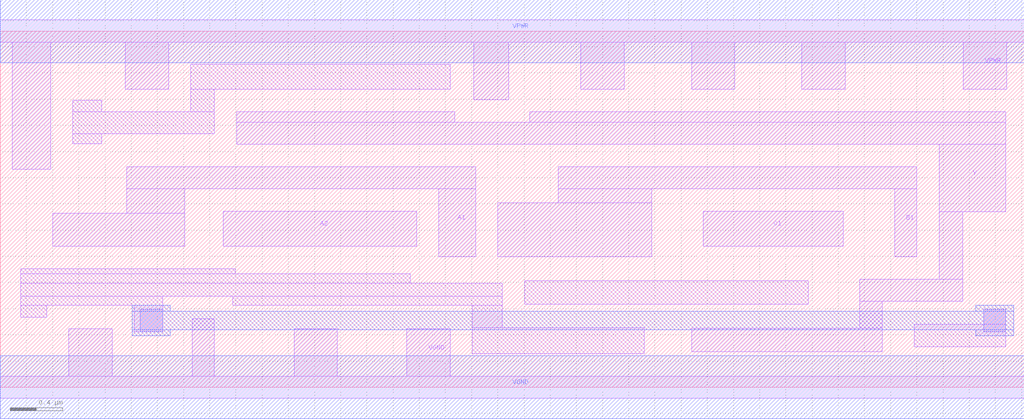
<source format=lef>
# Copyright 2020 The SkyWater PDK Authors
#
# Licensed under the Apache License, Version 2.0 (the "License");
# you may not use this file except in compliance with the License.
# You may obtain a copy of the License at
#
#     https://www.apache.org/licenses/LICENSE-2.0
#
# Unless required by applicable law or agreed to in writing, software
# distributed under the License is distributed on an "AS IS" BASIS,
# WITHOUT WARRANTIES OR CONDITIONS OF ANY KIND, either express or implied.
# See the License for the specific language governing permissions and
# limitations under the License.
#
# SPDX-License-Identifier: Apache-2.0

VERSION 5.5 ;
NAMESCASESENSITIVE ON ;
BUSBITCHARS "[]" ;
DIVIDERCHAR "/" ;
MACRO sky130_fd_sc_hd__o211ai_4
  CLASS CORE ;
  SOURCE USER ;
  ORIGIN  0.000000  0.000000 ;
  SIZE  7.820000 BY  2.720000 ;
  SYMMETRY X Y R90 ;
  SITE unithd ;
  PIN A1
    ANTENNAGATEAREA  0.990000 ;
    DIRECTION INPUT ;
    USE SIGNAL ;
    PORT
      LAYER li1 ;
        RECT 0.400000 1.075000 1.410000 1.330000 ;
        RECT 0.965000 1.330000 1.410000 1.515000 ;
        RECT 0.965000 1.515000 3.630000 1.685000 ;
        RECT 3.350000 0.995000 3.630000 1.515000 ;
    END
  END A1
  PIN A2
    ANTENNAGATEAREA  0.990000 ;
    DIRECTION INPUT ;
    USE SIGNAL ;
    PORT
      LAYER li1 ;
        RECT 1.705000 1.075000 3.180000 1.345000 ;
    END
  END A2
  PIN B1
    ANTENNAGATEAREA  0.990000 ;
    DIRECTION INPUT ;
    USE SIGNAL ;
    PORT
      LAYER li1 ;
        RECT 3.800000 0.995000 4.975000 1.410000 ;
        RECT 4.260000 1.410000 4.975000 1.515000 ;
        RECT 4.260000 1.515000 7.000000 1.685000 ;
        RECT 6.830000 0.995000 7.000000 1.515000 ;
    END
  END B1
  PIN C1
    ANTENNAGATEAREA  0.990000 ;
    DIRECTION INPUT ;
    USE SIGNAL ;
    PORT
      LAYER li1 ;
        RECT 5.370000 1.075000 6.440000 1.345000 ;
    END
  END C1
  PIN Y
    ANTENNADIFFAREA  2.001000 ;
    DIRECTION OUTPUT ;
    USE SIGNAL ;
    PORT
      LAYER li1 ;
        RECT 1.805000 1.855000 7.680000 2.025000 ;
        RECT 1.805000 2.025000 3.470000 2.105000 ;
        RECT 4.045000 2.025000 7.680000 2.105000 ;
        RECT 5.280000 0.270000 6.735000 0.450000 ;
        RECT 6.565000 0.450000 6.735000 0.655000 ;
        RECT 6.565000 0.655000 7.350000 0.825000 ;
        RECT 7.170000 0.825000 7.350000 1.340000 ;
        RECT 7.170000 1.340000 7.680000 1.855000 ;
    END
  END Y
  PIN VGND
    DIRECTION INOUT ;
    SHAPE ABUTMENT ;
    USE GROUND ;
    PORT
      LAYER li1 ;
        RECT 0.000000 -0.085000 7.820000 0.085000 ;
        RECT 0.525000  0.085000 0.855000 0.445000 ;
        RECT 1.465000  0.085000 1.635000 0.525000 ;
        RECT 2.245000  0.085000 2.575000 0.445000 ;
        RECT 3.105000  0.085000 3.435000 0.445000 ;
    END
    PORT
      LAYER met1 ;
        RECT 0.000000 -0.240000 7.820000 0.240000 ;
    END
  END VGND
  PIN VPWR
    DIRECTION INOUT ;
    SHAPE ABUTMENT ;
    USE POWER ;
    PORT
      LAYER li1 ;
        RECT 0.000000 2.635000 7.820000 2.805000 ;
        RECT 0.090000 1.665000 0.385000 2.635000 ;
        RECT 0.955000 2.275000 1.285000 2.635000 ;
        RECT 3.615000 2.195000 3.885000 2.635000 ;
        RECT 4.435000 2.275000 4.765000 2.635000 ;
        RECT 5.280000 2.275000 5.610000 2.635000 ;
        RECT 6.120000 2.275000 6.455000 2.635000 ;
        RECT 7.355000 2.275000 7.685000 2.635000 ;
    END
    PORT
      LAYER met1 ;
        RECT 0.000000 2.480000 7.820000 2.960000 ;
    END
  END VPWR
  OBS
    LAYER li1 ;
      RECT 0.155000 0.535000 0.355000 0.625000 ;
      RECT 0.155000 0.625000 1.240000 0.695000 ;
      RECT 0.155000 0.695000 3.835000 0.795000 ;
      RECT 0.155000 0.795000 3.130000 0.865000 ;
      RECT 0.155000 0.865000 1.795000 0.905000 ;
      RECT 0.555000 1.860000 0.775000 1.935000 ;
      RECT 0.555000 1.935000 1.635000 2.105000 ;
      RECT 0.555000 2.105000 0.775000 2.190000 ;
      RECT 1.025000 0.425000 1.240000 0.625000 ;
      RECT 1.455000 2.105000 1.635000 2.275000 ;
      RECT 1.455000 2.275000 3.435000 2.465000 ;
      RECT 1.775000 0.625000 3.835000 0.695000 ;
      RECT 3.605000 0.255000 4.920000 0.455000 ;
      RECT 3.605000 0.455000 3.835000 0.625000 ;
      RECT 4.005000 0.635000 6.170000 0.815000 ;
      RECT 6.980000 0.310000 7.680000 0.480000 ;
      RECT 7.510000 0.480000 7.680000 0.595000 ;
    LAYER mcon ;
      RECT 1.070000 0.425000 1.240000 0.595000 ;
      RECT 7.510000 0.425000 7.680000 0.595000 ;
    LAYER met1 ;
      RECT 1.010000 0.395000 1.300000 0.440000 ;
      RECT 1.010000 0.440000 7.740000 0.580000 ;
      RECT 1.010000 0.580000 1.300000 0.625000 ;
      RECT 7.450000 0.395000 7.740000 0.440000 ;
      RECT 7.450000 0.580000 7.740000 0.625000 ;
  END
END sky130_fd_sc_hd__o211ai_4

</source>
